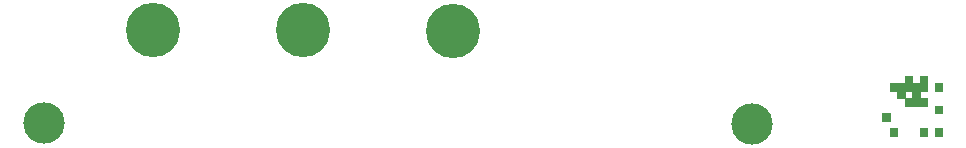
<source format=gbr>
%TF.GenerationSoftware,KiCad,Pcbnew,(5.1.12)-1*%
%TF.CreationDate,2022-03-08T20:54:57+00:00*%
%TF.ProjectId,RGBtoHDMI CDTV v2 - Face Plate,52474274-6f48-4444-9d49-204344545620,1*%
%TF.SameCoordinates,Original*%
%TF.FileFunction,Soldermask,Top*%
%TF.FilePolarity,Negative*%
%FSLAX46Y46*%
G04 Gerber Fmt 4.6, Leading zero omitted, Abs format (unit mm)*
G04 Created by KiCad (PCBNEW (5.1.12)-1) date 2022-03-08 20:54:57*
%MOMM*%
%LPD*%
G01*
G04 APERTURE LIST*
%ADD10C,0.100000*%
%ADD11C,4.600000*%
%ADD12C,3.500000*%
G04 APERTURE END LIST*
D10*
%TO.C,solarmon*%
G36*
X163703000Y-93014800D02*
G01*
X163068000Y-93014800D01*
X163068000Y-92379800D01*
X163703000Y-92379800D01*
X163703000Y-93014800D01*
G37*
X163703000Y-93014800D02*
X163068000Y-93014800D01*
X163068000Y-92379800D01*
X163703000Y-92379800D01*
X163703000Y-93014800D01*
G36*
X163703000Y-93649800D02*
G01*
X163068000Y-93649800D01*
X163068000Y-93014800D01*
X163703000Y-93014800D01*
X163703000Y-93649800D01*
G37*
X163703000Y-93649800D02*
X163068000Y-93649800D01*
X163068000Y-93014800D01*
X163703000Y-93014800D01*
X163703000Y-93649800D01*
G36*
X164338000Y-93649800D02*
G01*
X163703000Y-93649800D01*
X163703000Y-93014800D01*
X164338000Y-93014800D01*
X164338000Y-93649800D01*
G37*
X164338000Y-93649800D02*
X163703000Y-93649800D01*
X163703000Y-93014800D01*
X164338000Y-93014800D01*
X164338000Y-93649800D01*
G36*
X163068000Y-93649800D02*
G01*
X162433000Y-93649800D01*
X162433000Y-93014800D01*
X163068000Y-93014800D01*
X163068000Y-93649800D01*
G37*
X163068000Y-93649800D02*
X162433000Y-93649800D01*
X162433000Y-93014800D01*
X163068000Y-93014800D01*
X163068000Y-93649800D01*
G36*
X162433000Y-93014800D02*
G01*
X161798000Y-93014800D01*
X161798000Y-92379800D01*
X162433000Y-92379800D01*
X162433000Y-93014800D01*
G37*
X162433000Y-93014800D02*
X161798000Y-93014800D01*
X161798000Y-92379800D01*
X162433000Y-92379800D01*
X162433000Y-93014800D01*
G36*
X165608000Y-92379800D02*
G01*
X164973000Y-92379800D01*
X164973000Y-91744800D01*
X165608000Y-91744800D01*
X165608000Y-92379800D01*
G37*
X165608000Y-92379800D02*
X164973000Y-92379800D01*
X164973000Y-91744800D01*
X165608000Y-91744800D01*
X165608000Y-92379800D01*
G36*
X165608000Y-96189800D02*
G01*
X164973000Y-96189800D01*
X164973000Y-95554800D01*
X165608000Y-95554800D01*
X165608000Y-96189800D01*
G37*
X165608000Y-96189800D02*
X164973000Y-96189800D01*
X164973000Y-95554800D01*
X165608000Y-95554800D01*
X165608000Y-96189800D01*
G36*
X164338000Y-91744800D02*
G01*
X163703000Y-91744800D01*
X163703000Y-91109800D01*
X164338000Y-91109800D01*
X164338000Y-91744800D01*
G37*
X164338000Y-91744800D02*
X163703000Y-91744800D01*
X163703000Y-91109800D01*
X164338000Y-91109800D01*
X164338000Y-91744800D01*
G36*
X164338000Y-92379800D02*
G01*
X163703000Y-92379800D01*
X163703000Y-91744800D01*
X164338000Y-91744800D01*
X164338000Y-92379800D01*
G37*
X164338000Y-92379800D02*
X163703000Y-92379800D01*
X163703000Y-91744800D01*
X164338000Y-91744800D01*
X164338000Y-92379800D01*
G36*
X163703000Y-92379800D02*
G01*
X163068000Y-92379800D01*
X163068000Y-91744800D01*
X163703000Y-91744800D01*
X163703000Y-92379800D01*
G37*
X163703000Y-92379800D02*
X163068000Y-92379800D01*
X163068000Y-91744800D01*
X163703000Y-91744800D01*
X163703000Y-92379800D01*
G36*
X163068000Y-92379800D02*
G01*
X162433000Y-92379800D01*
X162433000Y-91744800D01*
X163068000Y-91744800D01*
X163068000Y-92379800D01*
G37*
X163068000Y-92379800D02*
X162433000Y-92379800D01*
X162433000Y-91744800D01*
X163068000Y-91744800D01*
X163068000Y-92379800D01*
G36*
X163068000Y-91744800D02*
G01*
X162433000Y-91744800D01*
X162433000Y-91109800D01*
X163068000Y-91109800D01*
X163068000Y-91744800D01*
G37*
X163068000Y-91744800D02*
X162433000Y-91744800D01*
X162433000Y-91109800D01*
X163068000Y-91109800D01*
X163068000Y-91744800D01*
G36*
X162433000Y-92379800D02*
G01*
X161798000Y-92379800D01*
X161798000Y-91744800D01*
X162433000Y-91744800D01*
X162433000Y-92379800D01*
G37*
X162433000Y-92379800D02*
X161798000Y-92379800D01*
X161798000Y-91744800D01*
X162433000Y-91744800D01*
X162433000Y-92379800D01*
G36*
X161798000Y-92379800D02*
G01*
X161163000Y-92379800D01*
X161163000Y-91744800D01*
X161798000Y-91744800D01*
X161798000Y-92379800D01*
G37*
X161798000Y-92379800D02*
X161163000Y-92379800D01*
X161163000Y-91744800D01*
X161798000Y-91744800D01*
X161798000Y-92379800D01*
G36*
X161163000Y-94919800D02*
G01*
X160528000Y-94919800D01*
X160528000Y-94284800D01*
X161163000Y-94284800D01*
X161163000Y-94919800D01*
G37*
X161163000Y-94919800D02*
X160528000Y-94919800D01*
X160528000Y-94284800D01*
X161163000Y-94284800D01*
X161163000Y-94919800D01*
G36*
X161798000Y-96189800D02*
G01*
X161163000Y-96189800D01*
X161163000Y-95554800D01*
X161798000Y-95554800D01*
X161798000Y-96189800D01*
G37*
X161798000Y-96189800D02*
X161163000Y-96189800D01*
X161163000Y-95554800D01*
X161798000Y-95554800D01*
X161798000Y-96189800D01*
G36*
X164338000Y-96189800D02*
G01*
X163703000Y-96189800D01*
X163703000Y-95554800D01*
X164338000Y-95554800D01*
X164338000Y-96189800D01*
G37*
X164338000Y-96189800D02*
X163703000Y-96189800D01*
X163703000Y-95554800D01*
X164338000Y-95554800D01*
X164338000Y-96189800D01*
G36*
X165608000Y-94284800D02*
G01*
X164973000Y-94284800D01*
X164973000Y-93649800D01*
X165608000Y-93649800D01*
X165608000Y-94284800D01*
G37*
X165608000Y-94284800D02*
X164973000Y-94284800D01*
X164973000Y-93649800D01*
X165608000Y-93649800D01*
X165608000Y-94284800D01*
%TD*%
D11*
%TO.C,UP*%
X124174000Y-87299800D03*
%TD*%
%TO.C,DOWN*%
X111474000Y-87249000D03*
%TD*%
%TO.C,SELECT*%
X98774000Y-87249000D03*
%TD*%
D12*
%TO.C,REF\u002A\u002A*%
X89509600Y-95135700D03*
%TD*%
%TO.C,REF\u002A\u002A*%
X149479000Y-95173800D03*
%TD*%
M02*

</source>
